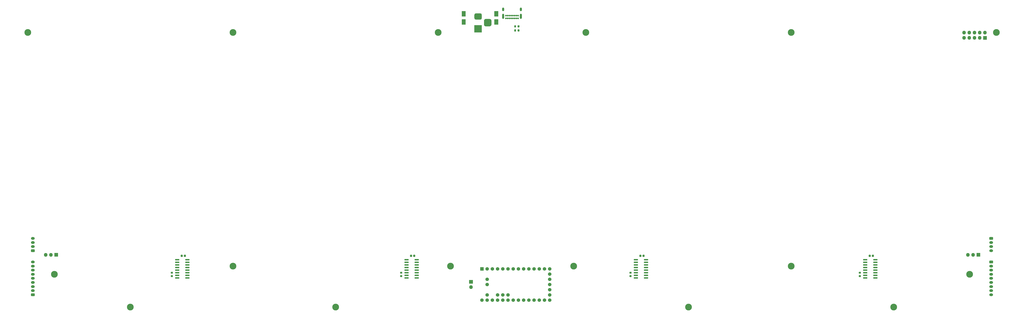
<source format=gbr>
G04 #@! TF.GenerationSoftware,KiCad,Pcbnew,(5.1.7)-1*
G04 #@! TF.CreationDate,2021-02-18T19:39:09-05:00*
G04 #@! TF.ProjectId,OpeNITHM-full,4f70654e-4954-4484-9d2d-66756c6c2e6b,rev?*
G04 #@! TF.SameCoordinates,Original*
G04 #@! TF.FileFunction,Soldermask,Top*
G04 #@! TF.FilePolarity,Negative*
%FSLAX46Y46*%
G04 Gerber Fmt 4.6, Leading zero omitted, Abs format (unit mm)*
G04 Created by KiCad (PCBNEW (5.1.7)-1) date 2021-02-18 19:39:09*
%MOMM*%
%LPD*%
G01*
G04 APERTURE LIST*
%ADD10O,1.802000X1.802000*%
%ADD11C,1.702000*%
%ADD12C,0.802000*%
%ADD13O,1.002000X2.502000*%
%ADD14O,1.002000X1.802000*%
%ADD15O,1.852000X1.302000*%
%ADD16C,3.302000*%
%ADD17C,0.100000*%
G04 APERTURE END LIST*
D10*
X370170000Y-126500000D03*
X372710000Y-126500000D03*
G36*
G01*
X374400000Y-125599000D02*
X376100000Y-125599000D01*
G75*
G02*
X376151000Y-125650000I0J-51000D01*
G01*
X376151000Y-127350000D01*
G75*
G02*
X376100000Y-127401000I-51000J0D01*
G01*
X374400000Y-127401000D01*
G75*
G02*
X374349000Y-127350000I0J51000D01*
G01*
X374349000Y-125650000D01*
G75*
G02*
X374400000Y-125599000I51000J0D01*
G01*
G37*
X-79250000Y-126500000D03*
X-76710000Y-126500000D03*
G36*
G01*
X-75020000Y-125599000D02*
X-73320000Y-125599000D01*
G75*
G02*
X-73269000Y-125650000I0J-51000D01*
G01*
X-73269000Y-127350000D01*
G75*
G02*
X-73320000Y-127401000I-51000J0D01*
G01*
X-75020000Y-127401000D01*
G75*
G02*
X-75071000Y-127350000I0J51000D01*
G01*
X-75071000Y-125650000D01*
G75*
G02*
X-75020000Y-125599000I51000J0D01*
G01*
G37*
G36*
G01*
X125360000Y-14191000D02*
X123560000Y-14191000D01*
G75*
G02*
X123509000Y-14140000I0J51000D01*
G01*
X123509000Y-11640000D01*
G75*
G02*
X123560000Y-11589000I51000J0D01*
G01*
X125360000Y-11589000D01*
G75*
G02*
X125411000Y-11640000I0J-51000D01*
G01*
X125411000Y-14140000D01*
G75*
G02*
X125360000Y-14191000I-51000J0D01*
G01*
G37*
G36*
G01*
X125360000Y-10191000D02*
X123560000Y-10191000D01*
G75*
G02*
X123509000Y-10140000I0J51000D01*
G01*
X123509000Y-7640000D01*
G75*
G02*
X123560000Y-7589000I51000J0D01*
G01*
X125360000Y-7589000D01*
G75*
G02*
X125411000Y-7640000I0J-51000D01*
G01*
X125411000Y-10140000D01*
G75*
G02*
X125360000Y-10191000I-51000J0D01*
G01*
G37*
G36*
G01*
X141235000Y-14191000D02*
X139435000Y-14191000D01*
G75*
G02*
X139384000Y-14140000I0J51000D01*
G01*
X139384000Y-11640000D01*
G75*
G02*
X139435000Y-11589000I51000J0D01*
G01*
X141235000Y-11589000D01*
G75*
G02*
X141286000Y-11640000I0J-51000D01*
G01*
X141286000Y-14140000D01*
G75*
G02*
X141235000Y-14191000I-51000J0D01*
G01*
G37*
G36*
G01*
X141235000Y-10191000D02*
X139435000Y-10191000D01*
G75*
G02*
X139384000Y-10140000I0J51000D01*
G01*
X139384000Y-7640000D01*
G75*
G02*
X139435000Y-7589000I51000J0D01*
G01*
X141235000Y-7589000D01*
G75*
G02*
X141286000Y-7640000I0J-51000D01*
G01*
X141286000Y-10140000D01*
G75*
G02*
X141235000Y-10191000I-51000J0D01*
G01*
G37*
X368300000Y-18097500D03*
X368300000Y-20637500D03*
X370840000Y-18097500D03*
X370840000Y-20637500D03*
X373380000Y-18097500D03*
X373380000Y-20637500D03*
X375920000Y-18097500D03*
X375920000Y-20637500D03*
X378460000Y-18097500D03*
G36*
G01*
X379310000Y-21538500D02*
X377610000Y-21538500D01*
G75*
G02*
X377559000Y-21487500I0J51000D01*
G01*
X377559000Y-19787500D01*
G75*
G02*
X377610000Y-19736500I51000J0D01*
G01*
X379310000Y-19736500D01*
G75*
G02*
X379361000Y-19787500I0J-51000D01*
G01*
X379361000Y-21487500D01*
G75*
G02*
X379310000Y-21538500I-51000J0D01*
G01*
G37*
D11*
X135890000Y-140970000D03*
X135890000Y-138430000D03*
G36*
G01*
X132499000Y-134150000D02*
X132499000Y-132550000D01*
G75*
G02*
X132550000Y-132499000I51000J0D01*
G01*
X134150000Y-132499000D01*
G75*
G02*
X134201000Y-132550000I0J-51000D01*
G01*
X134201000Y-134150000D01*
G75*
G02*
X134150000Y-134201000I-51000J0D01*
G01*
X132550000Y-134201000D01*
G75*
G02*
X132499000Y-134150000I0J51000D01*
G01*
G37*
X135890000Y-133350000D03*
X138430000Y-133350000D03*
X140970000Y-133350000D03*
X143510000Y-133350000D03*
X146050000Y-133350000D03*
X148590000Y-133350000D03*
X151130000Y-133350000D03*
X153670000Y-133350000D03*
X156210000Y-133350000D03*
X158750000Y-133350000D03*
X161290000Y-133350000D03*
X163830000Y-133350000D03*
X146050000Y-146050000D03*
X143510000Y-146050000D03*
X140970000Y-146050000D03*
X135890000Y-146050000D03*
X133350000Y-148590000D03*
X135890000Y-148590000D03*
X138430000Y-148590000D03*
X140970000Y-148590000D03*
X143510000Y-148590000D03*
X146050000Y-148590000D03*
X148590000Y-148590000D03*
X151130000Y-148590000D03*
X153670000Y-148590000D03*
X156210000Y-148590000D03*
X158750000Y-148590000D03*
X161290000Y-148590000D03*
X163830000Y-148590000D03*
X166370000Y-133350000D03*
X166370000Y-135890000D03*
X166370000Y-138430000D03*
X166370000Y-148590000D03*
X166370000Y-146050000D03*
X166370000Y-143510000D03*
X166370000Y-140970000D03*
G36*
G01*
X128901000Y-138850000D02*
X128901000Y-140550000D01*
G75*
G02*
X128850000Y-140601000I-51000J0D01*
G01*
X127150000Y-140601000D01*
G75*
G02*
X127099000Y-140550000I0J51000D01*
G01*
X127099000Y-138850000D01*
G75*
G02*
X127150000Y-138799000I51000J0D01*
G01*
X128850000Y-138799000D01*
G75*
G02*
X128901000Y-138850000I0J-51000D01*
G01*
G37*
D10*
X128000000Y-142240000D03*
G36*
G01*
X100509000Y-129080500D02*
X100509000Y-128729500D01*
G75*
G02*
X100684500Y-128554000I175500J0D01*
G01*
X102385500Y-128554000D01*
G75*
G02*
X102561000Y-128729500I0J-175500D01*
G01*
X102561000Y-129080500D01*
G75*
G02*
X102385500Y-129256000I-175500J0D01*
G01*
X100684500Y-129256000D01*
G75*
G02*
X100509000Y-129080500I0J175500D01*
G01*
G37*
G36*
G01*
X100509000Y-130350500D02*
X100509000Y-129999500D01*
G75*
G02*
X100684500Y-129824000I175500J0D01*
G01*
X102385500Y-129824000D01*
G75*
G02*
X102561000Y-129999500I0J-175500D01*
G01*
X102561000Y-130350500D01*
G75*
G02*
X102385500Y-130526000I-175500J0D01*
G01*
X100684500Y-130526000D01*
G75*
G02*
X100509000Y-130350500I0J175500D01*
G01*
G37*
G36*
G01*
X100509000Y-131620500D02*
X100509000Y-131269500D01*
G75*
G02*
X100684500Y-131094000I175500J0D01*
G01*
X102385500Y-131094000D01*
G75*
G02*
X102561000Y-131269500I0J-175500D01*
G01*
X102561000Y-131620500D01*
G75*
G02*
X102385500Y-131796000I-175500J0D01*
G01*
X100684500Y-131796000D01*
G75*
G02*
X100509000Y-131620500I0J175500D01*
G01*
G37*
G36*
G01*
X100509000Y-132890500D02*
X100509000Y-132539500D01*
G75*
G02*
X100684500Y-132364000I175500J0D01*
G01*
X102385500Y-132364000D01*
G75*
G02*
X102561000Y-132539500I0J-175500D01*
G01*
X102561000Y-132890500D01*
G75*
G02*
X102385500Y-133066000I-175500J0D01*
G01*
X100684500Y-133066000D01*
G75*
G02*
X100509000Y-132890500I0J175500D01*
G01*
G37*
G36*
G01*
X100509000Y-134160500D02*
X100509000Y-133809500D01*
G75*
G02*
X100684500Y-133634000I175500J0D01*
G01*
X102385500Y-133634000D01*
G75*
G02*
X102561000Y-133809500I0J-175500D01*
G01*
X102561000Y-134160500D01*
G75*
G02*
X102385500Y-134336000I-175500J0D01*
G01*
X100684500Y-134336000D01*
G75*
G02*
X100509000Y-134160500I0J175500D01*
G01*
G37*
G36*
G01*
X100509000Y-135430500D02*
X100509000Y-135079500D01*
G75*
G02*
X100684500Y-134904000I175500J0D01*
G01*
X102385500Y-134904000D01*
G75*
G02*
X102561000Y-135079500I0J-175500D01*
G01*
X102561000Y-135430500D01*
G75*
G02*
X102385500Y-135606000I-175500J0D01*
G01*
X100684500Y-135606000D01*
G75*
G02*
X100509000Y-135430500I0J175500D01*
G01*
G37*
G36*
G01*
X100509000Y-136700500D02*
X100509000Y-136349500D01*
G75*
G02*
X100684500Y-136174000I175500J0D01*
G01*
X102385500Y-136174000D01*
G75*
G02*
X102561000Y-136349500I0J-175500D01*
G01*
X102561000Y-136700500D01*
G75*
G02*
X102385500Y-136876000I-175500J0D01*
G01*
X100684500Y-136876000D01*
G75*
G02*
X100509000Y-136700500I0J175500D01*
G01*
G37*
G36*
G01*
X100509000Y-137970500D02*
X100509000Y-137619500D01*
G75*
G02*
X100684500Y-137444000I175500J0D01*
G01*
X102385500Y-137444000D01*
G75*
G02*
X102561000Y-137619500I0J-175500D01*
G01*
X102561000Y-137970500D01*
G75*
G02*
X102385500Y-138146000I-175500J0D01*
G01*
X100684500Y-138146000D01*
G75*
G02*
X100509000Y-137970500I0J175500D01*
G01*
G37*
G36*
G01*
X95559000Y-137970500D02*
X95559000Y-137619500D01*
G75*
G02*
X95734500Y-137444000I175500J0D01*
G01*
X97435500Y-137444000D01*
G75*
G02*
X97611000Y-137619500I0J-175500D01*
G01*
X97611000Y-137970500D01*
G75*
G02*
X97435500Y-138146000I-175500J0D01*
G01*
X95734500Y-138146000D01*
G75*
G02*
X95559000Y-137970500I0J175500D01*
G01*
G37*
G36*
G01*
X95559000Y-136700500D02*
X95559000Y-136349500D01*
G75*
G02*
X95734500Y-136174000I175500J0D01*
G01*
X97435500Y-136174000D01*
G75*
G02*
X97611000Y-136349500I0J-175500D01*
G01*
X97611000Y-136700500D01*
G75*
G02*
X97435500Y-136876000I-175500J0D01*
G01*
X95734500Y-136876000D01*
G75*
G02*
X95559000Y-136700500I0J175500D01*
G01*
G37*
G36*
G01*
X95559000Y-135430500D02*
X95559000Y-135079500D01*
G75*
G02*
X95734500Y-134904000I175500J0D01*
G01*
X97435500Y-134904000D01*
G75*
G02*
X97611000Y-135079500I0J-175500D01*
G01*
X97611000Y-135430500D01*
G75*
G02*
X97435500Y-135606000I-175500J0D01*
G01*
X95734500Y-135606000D01*
G75*
G02*
X95559000Y-135430500I0J175500D01*
G01*
G37*
G36*
G01*
X95559000Y-134160500D02*
X95559000Y-133809500D01*
G75*
G02*
X95734500Y-133634000I175500J0D01*
G01*
X97435500Y-133634000D01*
G75*
G02*
X97611000Y-133809500I0J-175500D01*
G01*
X97611000Y-134160500D01*
G75*
G02*
X97435500Y-134336000I-175500J0D01*
G01*
X95734500Y-134336000D01*
G75*
G02*
X95559000Y-134160500I0J175500D01*
G01*
G37*
G36*
G01*
X95559000Y-132890500D02*
X95559000Y-132539500D01*
G75*
G02*
X95734500Y-132364000I175500J0D01*
G01*
X97435500Y-132364000D01*
G75*
G02*
X97611000Y-132539500I0J-175500D01*
G01*
X97611000Y-132890500D01*
G75*
G02*
X97435500Y-133066000I-175500J0D01*
G01*
X95734500Y-133066000D01*
G75*
G02*
X95559000Y-132890500I0J175500D01*
G01*
G37*
G36*
G01*
X95559000Y-131620500D02*
X95559000Y-131269500D01*
G75*
G02*
X95734500Y-131094000I175500J0D01*
G01*
X97435500Y-131094000D01*
G75*
G02*
X97611000Y-131269500I0J-175500D01*
G01*
X97611000Y-131620500D01*
G75*
G02*
X97435500Y-131796000I-175500J0D01*
G01*
X95734500Y-131796000D01*
G75*
G02*
X95559000Y-131620500I0J175500D01*
G01*
G37*
G36*
G01*
X95559000Y-130350500D02*
X95559000Y-129999500D01*
G75*
G02*
X95734500Y-129824000I175500J0D01*
G01*
X97435500Y-129824000D01*
G75*
G02*
X97611000Y-129999500I0J-175500D01*
G01*
X97611000Y-130350500D01*
G75*
G02*
X97435500Y-130526000I-175500J0D01*
G01*
X95734500Y-130526000D01*
G75*
G02*
X95559000Y-130350500I0J175500D01*
G01*
G37*
G36*
G01*
X95559000Y-129080500D02*
X95559000Y-128729500D01*
G75*
G02*
X95734500Y-128554000I175500J0D01*
G01*
X97435500Y-128554000D01*
G75*
G02*
X97611000Y-128729500I0J-175500D01*
G01*
X97611000Y-129080500D01*
G75*
G02*
X97435500Y-129256000I-175500J0D01*
G01*
X95734500Y-129256000D01*
G75*
G02*
X95559000Y-129080500I0J175500D01*
G01*
G37*
G36*
G01*
X149064000Y-17300500D02*
X149064000Y-16699500D01*
G75*
G02*
X149289500Y-16474000I225500J0D01*
G01*
X149740500Y-16474000D01*
G75*
G02*
X149966000Y-16699500I0J-225500D01*
G01*
X149966000Y-17300500D01*
G75*
G02*
X149740500Y-17526000I-225500J0D01*
G01*
X149289500Y-17526000D01*
G75*
G02*
X149064000Y-17300500I0J225500D01*
G01*
G37*
G36*
G01*
X150714000Y-17300500D02*
X150714000Y-16699500D01*
G75*
G02*
X150939500Y-16474000I225500J0D01*
G01*
X151390500Y-16474000D01*
G75*
G02*
X151616000Y-16699500I0J-225500D01*
G01*
X151616000Y-17300500D01*
G75*
G02*
X151390500Y-17526000I-225500J0D01*
G01*
X150939500Y-17526000D01*
G75*
G02*
X150714000Y-17300500I0J225500D01*
G01*
G37*
G36*
G01*
X149064000Y-15300500D02*
X149064000Y-14699500D01*
G75*
G02*
X149289500Y-14474000I225500J0D01*
G01*
X149740500Y-14474000D01*
G75*
G02*
X149966000Y-14699500I0J-225500D01*
G01*
X149966000Y-15300500D01*
G75*
G02*
X149740500Y-15526000I-225500J0D01*
G01*
X149289500Y-15526000D01*
G75*
G02*
X149064000Y-15300500I0J225500D01*
G01*
G37*
G36*
G01*
X150714000Y-15300500D02*
X150714000Y-14699500D01*
G75*
G02*
X150939500Y-14474000I225500J0D01*
G01*
X151390500Y-14474000D01*
G75*
G02*
X151616000Y-14699500I0J-225500D01*
G01*
X151616000Y-15300500D01*
G75*
G02*
X151390500Y-15526000I-225500J0D01*
G01*
X150939500Y-15526000D01*
G75*
G02*
X150714000Y-15300500I0J225500D01*
G01*
G37*
D12*
X145020000Y-11100000D03*
X145870000Y-11100000D03*
X146720000Y-11100000D03*
X147570000Y-11100000D03*
X148420000Y-11100000D03*
X149270000Y-11100000D03*
X150120000Y-11100000D03*
X150970000Y-11100000D03*
X145870000Y-9750000D03*
X147570000Y-9750000D03*
X146720000Y-9750000D03*
X145020000Y-9750000D03*
X149270000Y-9750000D03*
X150120000Y-9750000D03*
X150970000Y-9750000D03*
X148420000Y-9750000D03*
D13*
X143670000Y-10120000D03*
X152320000Y-10120000D03*
D14*
X143670000Y-6740000D03*
X152320000Y-6740000D03*
G36*
G01*
X135244500Y-11399000D02*
X137045500Y-11399000D01*
G75*
G02*
X137946000Y-12299500I0J-900500D01*
G01*
X137946000Y-14100500D01*
G75*
G02*
X137045500Y-15001000I-900500J0D01*
G01*
X135244500Y-15001000D01*
G75*
G02*
X134344000Y-14100500I0J900500D01*
G01*
X134344000Y-12299500D01*
G75*
G02*
X135244500Y-11399000I900500J0D01*
G01*
G37*
G36*
G01*
X130419500Y-8649000D02*
X132470500Y-8649000D01*
G75*
G02*
X133246000Y-9424500I0J-775500D01*
G01*
X133246000Y-10975500D01*
G75*
G02*
X132470500Y-11751000I-775500J0D01*
G01*
X130419500Y-11751000D01*
G75*
G02*
X129644000Y-10975500I0J775500D01*
G01*
X129644000Y-9424500D01*
G75*
G02*
X130419500Y-8649000I775500J0D01*
G01*
G37*
G36*
G01*
X129695000Y-14399000D02*
X133195000Y-14399000D01*
G75*
G02*
X133246000Y-14450000I0J-51000D01*
G01*
X133246000Y-17950000D01*
G75*
G02*
X133195000Y-18001000I-51000J0D01*
G01*
X129695000Y-18001000D01*
G75*
G02*
X129644000Y-17950000I0J51000D01*
G01*
X129644000Y-14450000D01*
G75*
G02*
X129695000Y-14399000I51000J0D01*
G01*
G37*
D15*
X-85500000Y-118500000D03*
X-85500000Y-120500000D03*
X-85500000Y-122500000D03*
G36*
G01*
X-84845248Y-125151000D02*
X-86154752Y-125151000D01*
G75*
G02*
X-86426000Y-124879752I0J271248D01*
G01*
X-86426000Y-124120248D01*
G75*
G02*
X-86154752Y-123849000I271248J0D01*
G01*
X-84845248Y-123849000D01*
G75*
G02*
X-84574000Y-124120248I0J-271248D01*
G01*
X-84574000Y-124879752D01*
G75*
G02*
X-84845248Y-125151000I-271248J0D01*
G01*
G37*
X381500000Y-124500000D03*
X381500000Y-122500000D03*
X381500000Y-120500000D03*
G36*
G01*
X380845248Y-117849000D02*
X382154752Y-117849000D01*
G75*
G02*
X382426000Y-118120248I0J-271248D01*
G01*
X382426000Y-118879752D01*
G75*
G02*
X382154752Y-119151000I-271248J0D01*
G01*
X380845248Y-119151000D01*
G75*
G02*
X380574000Y-118879752I0J271248D01*
G01*
X380574000Y-118120248D01*
G75*
G02*
X380845248Y-117849000I271248J0D01*
G01*
G37*
X381500000Y-146000000D03*
X381500000Y-144000000D03*
X381500000Y-142000000D03*
X381500000Y-140000000D03*
X381500000Y-138000000D03*
X381500000Y-136000000D03*
X381500000Y-134000000D03*
X381500000Y-132000000D03*
G36*
G01*
X380845248Y-129349000D02*
X382154752Y-129349000D01*
G75*
G02*
X382426000Y-129620248I0J-271248D01*
G01*
X382426000Y-130379752D01*
G75*
G02*
X382154752Y-130651000I-271248J0D01*
G01*
X380845248Y-130651000D01*
G75*
G02*
X380574000Y-130379752I0J271248D01*
G01*
X380574000Y-129620248D01*
G75*
G02*
X380845248Y-129349000I271248J0D01*
G01*
G37*
X-85500000Y-130000000D03*
X-85500000Y-132000000D03*
X-85500000Y-134000000D03*
X-85500000Y-136000000D03*
X-85500000Y-138000000D03*
X-85500000Y-140000000D03*
X-85500000Y-142000000D03*
X-85500000Y-144000000D03*
G36*
G01*
X-84845248Y-146651000D02*
X-86154752Y-146651000D01*
G75*
G02*
X-86426000Y-146379752I0J271248D01*
G01*
X-86426000Y-145620248D01*
G75*
G02*
X-86154752Y-145349000I271248J0D01*
G01*
X-84845248Y-145349000D01*
G75*
G02*
X-84574000Y-145620248I0J-271248D01*
G01*
X-84574000Y-146379752D01*
G75*
G02*
X-84845248Y-146651000I-271248J0D01*
G01*
G37*
G36*
G01*
X324029000Y-129080500D02*
X324029000Y-128729500D01*
G75*
G02*
X324204500Y-128554000I175500J0D01*
G01*
X325905500Y-128554000D01*
G75*
G02*
X326081000Y-128729500I0J-175500D01*
G01*
X326081000Y-129080500D01*
G75*
G02*
X325905500Y-129256000I-175500J0D01*
G01*
X324204500Y-129256000D01*
G75*
G02*
X324029000Y-129080500I0J175500D01*
G01*
G37*
G36*
G01*
X324029000Y-130350500D02*
X324029000Y-129999500D01*
G75*
G02*
X324204500Y-129824000I175500J0D01*
G01*
X325905500Y-129824000D01*
G75*
G02*
X326081000Y-129999500I0J-175500D01*
G01*
X326081000Y-130350500D01*
G75*
G02*
X325905500Y-130526000I-175500J0D01*
G01*
X324204500Y-130526000D01*
G75*
G02*
X324029000Y-130350500I0J175500D01*
G01*
G37*
G36*
G01*
X324029000Y-131620500D02*
X324029000Y-131269500D01*
G75*
G02*
X324204500Y-131094000I175500J0D01*
G01*
X325905500Y-131094000D01*
G75*
G02*
X326081000Y-131269500I0J-175500D01*
G01*
X326081000Y-131620500D01*
G75*
G02*
X325905500Y-131796000I-175500J0D01*
G01*
X324204500Y-131796000D01*
G75*
G02*
X324029000Y-131620500I0J175500D01*
G01*
G37*
G36*
G01*
X324029000Y-132890500D02*
X324029000Y-132539500D01*
G75*
G02*
X324204500Y-132364000I175500J0D01*
G01*
X325905500Y-132364000D01*
G75*
G02*
X326081000Y-132539500I0J-175500D01*
G01*
X326081000Y-132890500D01*
G75*
G02*
X325905500Y-133066000I-175500J0D01*
G01*
X324204500Y-133066000D01*
G75*
G02*
X324029000Y-132890500I0J175500D01*
G01*
G37*
G36*
G01*
X324029000Y-134160500D02*
X324029000Y-133809500D01*
G75*
G02*
X324204500Y-133634000I175500J0D01*
G01*
X325905500Y-133634000D01*
G75*
G02*
X326081000Y-133809500I0J-175500D01*
G01*
X326081000Y-134160500D01*
G75*
G02*
X325905500Y-134336000I-175500J0D01*
G01*
X324204500Y-134336000D01*
G75*
G02*
X324029000Y-134160500I0J175500D01*
G01*
G37*
G36*
G01*
X324029000Y-135430500D02*
X324029000Y-135079500D01*
G75*
G02*
X324204500Y-134904000I175500J0D01*
G01*
X325905500Y-134904000D01*
G75*
G02*
X326081000Y-135079500I0J-175500D01*
G01*
X326081000Y-135430500D01*
G75*
G02*
X325905500Y-135606000I-175500J0D01*
G01*
X324204500Y-135606000D01*
G75*
G02*
X324029000Y-135430500I0J175500D01*
G01*
G37*
G36*
G01*
X324029000Y-136700500D02*
X324029000Y-136349500D01*
G75*
G02*
X324204500Y-136174000I175500J0D01*
G01*
X325905500Y-136174000D01*
G75*
G02*
X326081000Y-136349500I0J-175500D01*
G01*
X326081000Y-136700500D01*
G75*
G02*
X325905500Y-136876000I-175500J0D01*
G01*
X324204500Y-136876000D01*
G75*
G02*
X324029000Y-136700500I0J175500D01*
G01*
G37*
G36*
G01*
X324029000Y-137970500D02*
X324029000Y-137619500D01*
G75*
G02*
X324204500Y-137444000I175500J0D01*
G01*
X325905500Y-137444000D01*
G75*
G02*
X326081000Y-137619500I0J-175500D01*
G01*
X326081000Y-137970500D01*
G75*
G02*
X325905500Y-138146000I-175500J0D01*
G01*
X324204500Y-138146000D01*
G75*
G02*
X324029000Y-137970500I0J175500D01*
G01*
G37*
G36*
G01*
X319079000Y-137970500D02*
X319079000Y-137619500D01*
G75*
G02*
X319254500Y-137444000I175500J0D01*
G01*
X320955500Y-137444000D01*
G75*
G02*
X321131000Y-137619500I0J-175500D01*
G01*
X321131000Y-137970500D01*
G75*
G02*
X320955500Y-138146000I-175500J0D01*
G01*
X319254500Y-138146000D01*
G75*
G02*
X319079000Y-137970500I0J175500D01*
G01*
G37*
G36*
G01*
X319079000Y-136700500D02*
X319079000Y-136349500D01*
G75*
G02*
X319254500Y-136174000I175500J0D01*
G01*
X320955500Y-136174000D01*
G75*
G02*
X321131000Y-136349500I0J-175500D01*
G01*
X321131000Y-136700500D01*
G75*
G02*
X320955500Y-136876000I-175500J0D01*
G01*
X319254500Y-136876000D01*
G75*
G02*
X319079000Y-136700500I0J175500D01*
G01*
G37*
G36*
G01*
X319079000Y-135430500D02*
X319079000Y-135079500D01*
G75*
G02*
X319254500Y-134904000I175500J0D01*
G01*
X320955500Y-134904000D01*
G75*
G02*
X321131000Y-135079500I0J-175500D01*
G01*
X321131000Y-135430500D01*
G75*
G02*
X320955500Y-135606000I-175500J0D01*
G01*
X319254500Y-135606000D01*
G75*
G02*
X319079000Y-135430500I0J175500D01*
G01*
G37*
G36*
G01*
X319079000Y-134160500D02*
X319079000Y-133809500D01*
G75*
G02*
X319254500Y-133634000I175500J0D01*
G01*
X320955500Y-133634000D01*
G75*
G02*
X321131000Y-133809500I0J-175500D01*
G01*
X321131000Y-134160500D01*
G75*
G02*
X320955500Y-134336000I-175500J0D01*
G01*
X319254500Y-134336000D01*
G75*
G02*
X319079000Y-134160500I0J175500D01*
G01*
G37*
G36*
G01*
X319079000Y-132890500D02*
X319079000Y-132539500D01*
G75*
G02*
X319254500Y-132364000I175500J0D01*
G01*
X320955500Y-132364000D01*
G75*
G02*
X321131000Y-132539500I0J-175500D01*
G01*
X321131000Y-132890500D01*
G75*
G02*
X320955500Y-133066000I-175500J0D01*
G01*
X319254500Y-133066000D01*
G75*
G02*
X319079000Y-132890500I0J175500D01*
G01*
G37*
G36*
G01*
X319079000Y-131620500D02*
X319079000Y-131269500D01*
G75*
G02*
X319254500Y-131094000I175500J0D01*
G01*
X320955500Y-131094000D01*
G75*
G02*
X321131000Y-131269500I0J-175500D01*
G01*
X321131000Y-131620500D01*
G75*
G02*
X320955500Y-131796000I-175500J0D01*
G01*
X319254500Y-131796000D01*
G75*
G02*
X319079000Y-131620500I0J175500D01*
G01*
G37*
G36*
G01*
X319079000Y-130350500D02*
X319079000Y-129999500D01*
G75*
G02*
X319254500Y-129824000I175500J0D01*
G01*
X320955500Y-129824000D01*
G75*
G02*
X321131000Y-129999500I0J-175500D01*
G01*
X321131000Y-130350500D01*
G75*
G02*
X320955500Y-130526000I-175500J0D01*
G01*
X319254500Y-130526000D01*
G75*
G02*
X319079000Y-130350500I0J175500D01*
G01*
G37*
G36*
G01*
X319079000Y-129080500D02*
X319079000Y-128729500D01*
G75*
G02*
X319254500Y-128554000I175500J0D01*
G01*
X320955500Y-128554000D01*
G75*
G02*
X321131000Y-128729500I0J-175500D01*
G01*
X321131000Y-129080500D01*
G75*
G02*
X320955500Y-129256000I-175500J0D01*
G01*
X319254500Y-129256000D01*
G75*
G02*
X319079000Y-129080500I0J175500D01*
G01*
G37*
D16*
X284000000Y-132000000D03*
X178000000Y-132000000D03*
X118000000Y-132000000D03*
X12000000Y-132000000D03*
G36*
G01*
X321799000Y-127275500D02*
X321799000Y-126724500D01*
G75*
G02*
X322049500Y-126474000I250500J0D01*
G01*
X322550500Y-126474000D01*
G75*
G02*
X322801000Y-126724500I0J-250500D01*
G01*
X322801000Y-127275500D01*
G75*
G02*
X322550500Y-127526000I-250500J0D01*
G01*
X322049500Y-127526000D01*
G75*
G02*
X321799000Y-127275500I0J250500D01*
G01*
G37*
G36*
G01*
X323349000Y-127275500D02*
X323349000Y-126724500D01*
G75*
G02*
X323599500Y-126474000I250500J0D01*
G01*
X324100500Y-126474000D01*
G75*
G02*
X324351000Y-126724500I0J-250500D01*
G01*
X324351000Y-127275500D01*
G75*
G02*
X324100500Y-127526000I-250500J0D01*
G01*
X323599500Y-127526000D01*
G75*
G02*
X323349000Y-127275500I0J250500D01*
G01*
G37*
G36*
G01*
X-18080500Y-136454000D02*
X-17479500Y-136454000D01*
G75*
G02*
X-17254000Y-136679500I0J-225500D01*
G01*
X-17254000Y-137130500D01*
G75*
G02*
X-17479500Y-137356000I-225500J0D01*
G01*
X-18080500Y-137356000D01*
G75*
G02*
X-18306000Y-137130500I0J225500D01*
G01*
X-18306000Y-136679500D01*
G75*
G02*
X-18080500Y-136454000I225500J0D01*
G01*
G37*
G36*
G01*
X-18080500Y-134804000D02*
X-17479500Y-134804000D01*
G75*
G02*
X-17254000Y-135029500I0J-225500D01*
G01*
X-17254000Y-135480500D01*
G75*
G02*
X-17479500Y-135706000I-225500J0D01*
G01*
X-18080500Y-135706000D01*
G75*
G02*
X-18306000Y-135480500I0J225500D01*
G01*
X-18306000Y-135029500D01*
G75*
G02*
X-18080500Y-134804000I225500J0D01*
G01*
G37*
G36*
G01*
X-11251000Y-129080500D02*
X-11251000Y-128729500D01*
G75*
G02*
X-11075500Y-128554000I175500J0D01*
G01*
X-9374500Y-128554000D01*
G75*
G02*
X-9199000Y-128729500I0J-175500D01*
G01*
X-9199000Y-129080500D01*
G75*
G02*
X-9374500Y-129256000I-175500J0D01*
G01*
X-11075500Y-129256000D01*
G75*
G02*
X-11251000Y-129080500I0J175500D01*
G01*
G37*
G36*
G01*
X-11251000Y-130350500D02*
X-11251000Y-129999500D01*
G75*
G02*
X-11075500Y-129824000I175500J0D01*
G01*
X-9374500Y-129824000D01*
G75*
G02*
X-9199000Y-129999500I0J-175500D01*
G01*
X-9199000Y-130350500D01*
G75*
G02*
X-9374500Y-130526000I-175500J0D01*
G01*
X-11075500Y-130526000D01*
G75*
G02*
X-11251000Y-130350500I0J175500D01*
G01*
G37*
G36*
G01*
X-11251000Y-131620500D02*
X-11251000Y-131269500D01*
G75*
G02*
X-11075500Y-131094000I175500J0D01*
G01*
X-9374500Y-131094000D01*
G75*
G02*
X-9199000Y-131269500I0J-175500D01*
G01*
X-9199000Y-131620500D01*
G75*
G02*
X-9374500Y-131796000I-175500J0D01*
G01*
X-11075500Y-131796000D01*
G75*
G02*
X-11251000Y-131620500I0J175500D01*
G01*
G37*
G36*
G01*
X-11251000Y-132890500D02*
X-11251000Y-132539500D01*
G75*
G02*
X-11075500Y-132364000I175500J0D01*
G01*
X-9374500Y-132364000D01*
G75*
G02*
X-9199000Y-132539500I0J-175500D01*
G01*
X-9199000Y-132890500D01*
G75*
G02*
X-9374500Y-133066000I-175500J0D01*
G01*
X-11075500Y-133066000D01*
G75*
G02*
X-11251000Y-132890500I0J175500D01*
G01*
G37*
G36*
G01*
X-11251000Y-134160500D02*
X-11251000Y-133809500D01*
G75*
G02*
X-11075500Y-133634000I175500J0D01*
G01*
X-9374500Y-133634000D01*
G75*
G02*
X-9199000Y-133809500I0J-175500D01*
G01*
X-9199000Y-134160500D01*
G75*
G02*
X-9374500Y-134336000I-175500J0D01*
G01*
X-11075500Y-134336000D01*
G75*
G02*
X-11251000Y-134160500I0J175500D01*
G01*
G37*
G36*
G01*
X-11251000Y-135430500D02*
X-11251000Y-135079500D01*
G75*
G02*
X-11075500Y-134904000I175500J0D01*
G01*
X-9374500Y-134904000D01*
G75*
G02*
X-9199000Y-135079500I0J-175500D01*
G01*
X-9199000Y-135430500D01*
G75*
G02*
X-9374500Y-135606000I-175500J0D01*
G01*
X-11075500Y-135606000D01*
G75*
G02*
X-11251000Y-135430500I0J175500D01*
G01*
G37*
G36*
G01*
X-11251000Y-136700500D02*
X-11251000Y-136349500D01*
G75*
G02*
X-11075500Y-136174000I175500J0D01*
G01*
X-9374500Y-136174000D01*
G75*
G02*
X-9199000Y-136349500I0J-175500D01*
G01*
X-9199000Y-136700500D01*
G75*
G02*
X-9374500Y-136876000I-175500J0D01*
G01*
X-11075500Y-136876000D01*
G75*
G02*
X-11251000Y-136700500I0J175500D01*
G01*
G37*
G36*
G01*
X-11251000Y-137970500D02*
X-11251000Y-137619500D01*
G75*
G02*
X-11075500Y-137444000I175500J0D01*
G01*
X-9374500Y-137444000D01*
G75*
G02*
X-9199000Y-137619500I0J-175500D01*
G01*
X-9199000Y-137970500D01*
G75*
G02*
X-9374500Y-138146000I-175500J0D01*
G01*
X-11075500Y-138146000D01*
G75*
G02*
X-11251000Y-137970500I0J175500D01*
G01*
G37*
G36*
G01*
X-16201000Y-137970500D02*
X-16201000Y-137619500D01*
G75*
G02*
X-16025500Y-137444000I175500J0D01*
G01*
X-14324500Y-137444000D01*
G75*
G02*
X-14149000Y-137619500I0J-175500D01*
G01*
X-14149000Y-137970500D01*
G75*
G02*
X-14324500Y-138146000I-175500J0D01*
G01*
X-16025500Y-138146000D01*
G75*
G02*
X-16201000Y-137970500I0J175500D01*
G01*
G37*
G36*
G01*
X-16201000Y-136700500D02*
X-16201000Y-136349500D01*
G75*
G02*
X-16025500Y-136174000I175500J0D01*
G01*
X-14324500Y-136174000D01*
G75*
G02*
X-14149000Y-136349500I0J-175500D01*
G01*
X-14149000Y-136700500D01*
G75*
G02*
X-14324500Y-136876000I-175500J0D01*
G01*
X-16025500Y-136876000D01*
G75*
G02*
X-16201000Y-136700500I0J175500D01*
G01*
G37*
G36*
G01*
X-16201000Y-135430500D02*
X-16201000Y-135079500D01*
G75*
G02*
X-16025500Y-134904000I175500J0D01*
G01*
X-14324500Y-134904000D01*
G75*
G02*
X-14149000Y-135079500I0J-175500D01*
G01*
X-14149000Y-135430500D01*
G75*
G02*
X-14324500Y-135606000I-175500J0D01*
G01*
X-16025500Y-135606000D01*
G75*
G02*
X-16201000Y-135430500I0J175500D01*
G01*
G37*
G36*
G01*
X-16201000Y-134160500D02*
X-16201000Y-133809500D01*
G75*
G02*
X-16025500Y-133634000I175500J0D01*
G01*
X-14324500Y-133634000D01*
G75*
G02*
X-14149000Y-133809500I0J-175500D01*
G01*
X-14149000Y-134160500D01*
G75*
G02*
X-14324500Y-134336000I-175500J0D01*
G01*
X-16025500Y-134336000D01*
G75*
G02*
X-16201000Y-134160500I0J175500D01*
G01*
G37*
G36*
G01*
X-16201000Y-132890500D02*
X-16201000Y-132539500D01*
G75*
G02*
X-16025500Y-132364000I175500J0D01*
G01*
X-14324500Y-132364000D01*
G75*
G02*
X-14149000Y-132539500I0J-175500D01*
G01*
X-14149000Y-132890500D01*
G75*
G02*
X-14324500Y-133066000I-175500J0D01*
G01*
X-16025500Y-133066000D01*
G75*
G02*
X-16201000Y-132890500I0J175500D01*
G01*
G37*
G36*
G01*
X-16201000Y-131620500D02*
X-16201000Y-131269500D01*
G75*
G02*
X-16025500Y-131094000I175500J0D01*
G01*
X-14324500Y-131094000D01*
G75*
G02*
X-14149000Y-131269500I0J-175500D01*
G01*
X-14149000Y-131620500D01*
G75*
G02*
X-14324500Y-131796000I-175500J0D01*
G01*
X-16025500Y-131796000D01*
G75*
G02*
X-16201000Y-131620500I0J175500D01*
G01*
G37*
G36*
G01*
X-16201000Y-130350500D02*
X-16201000Y-129999500D01*
G75*
G02*
X-16025500Y-129824000I175500J0D01*
G01*
X-14324500Y-129824000D01*
G75*
G02*
X-14149000Y-129999500I0J-175500D01*
G01*
X-14149000Y-130350500D01*
G75*
G02*
X-14324500Y-130526000I-175500J0D01*
G01*
X-16025500Y-130526000D01*
G75*
G02*
X-16201000Y-130350500I0J175500D01*
G01*
G37*
G36*
G01*
X-16201000Y-129080500D02*
X-16201000Y-128729500D01*
G75*
G02*
X-16025500Y-128554000I175500J0D01*
G01*
X-14324500Y-128554000D01*
G75*
G02*
X-14149000Y-128729500I0J-175500D01*
G01*
X-14149000Y-129080500D01*
G75*
G02*
X-14324500Y-129256000I-175500J0D01*
G01*
X-16025500Y-129256000D01*
G75*
G02*
X-16201000Y-129080500I0J175500D01*
G01*
G37*
X-88000000Y-18000000D03*
G36*
G01*
X98279000Y-127275500D02*
X98279000Y-126724500D01*
G75*
G02*
X98529500Y-126474000I250500J0D01*
G01*
X99030500Y-126474000D01*
G75*
G02*
X99281000Y-126724500I0J-250500D01*
G01*
X99281000Y-127275500D01*
G75*
G02*
X99030500Y-127526000I-250500J0D01*
G01*
X98529500Y-127526000D01*
G75*
G02*
X98279000Y-127275500I0J250500D01*
G01*
G37*
G36*
G01*
X99829000Y-127275500D02*
X99829000Y-126724500D01*
G75*
G02*
X100079500Y-126474000I250500J0D01*
G01*
X100580500Y-126474000D01*
G75*
G02*
X100831000Y-126724500I0J-250500D01*
G01*
X100831000Y-127275500D01*
G75*
G02*
X100580500Y-127526000I-250500J0D01*
G01*
X100079500Y-127526000D01*
G75*
G02*
X99829000Y-127275500I0J250500D01*
G01*
G37*
G36*
G01*
X210039000Y-127275500D02*
X210039000Y-126724500D01*
G75*
G02*
X210289500Y-126474000I250500J0D01*
G01*
X210790500Y-126474000D01*
G75*
G02*
X211041000Y-126724500I0J-250500D01*
G01*
X211041000Y-127275500D01*
G75*
G02*
X210790500Y-127526000I-250500J0D01*
G01*
X210289500Y-127526000D01*
G75*
G02*
X210039000Y-127275500I0J250500D01*
G01*
G37*
G36*
G01*
X211589000Y-127275500D02*
X211589000Y-126724500D01*
G75*
G02*
X211839500Y-126474000I250500J0D01*
G01*
X212340500Y-126474000D01*
G75*
G02*
X212591000Y-126724500I0J-250500D01*
G01*
X212591000Y-127275500D01*
G75*
G02*
X212340500Y-127526000I-250500J0D01*
G01*
X211839500Y-127526000D01*
G75*
G02*
X211589000Y-127275500I0J250500D01*
G01*
G37*
G36*
G01*
X-13481000Y-127275500D02*
X-13481000Y-126724500D01*
G75*
G02*
X-13230500Y-126474000I250500J0D01*
G01*
X-12729500Y-126474000D01*
G75*
G02*
X-12479000Y-126724500I0J-250500D01*
G01*
X-12479000Y-127275500D01*
G75*
G02*
X-12729500Y-127526000I-250500J0D01*
G01*
X-13230500Y-127526000D01*
G75*
G02*
X-13481000Y-127275500I0J250500D01*
G01*
G37*
G36*
G01*
X-11931000Y-127275500D02*
X-11931000Y-126724500D01*
G75*
G02*
X-11680500Y-126474000I250500J0D01*
G01*
X-11179500Y-126474000D01*
G75*
G02*
X-10929000Y-126724500I0J-250500D01*
G01*
X-10929000Y-127275500D01*
G75*
G02*
X-11179500Y-127526000I-250500J0D01*
G01*
X-11680500Y-127526000D01*
G75*
G02*
X-11931000Y-127275500I0J250500D01*
G01*
G37*
G36*
G01*
X212269000Y-129080500D02*
X212269000Y-128729500D01*
G75*
G02*
X212444500Y-128554000I175500J0D01*
G01*
X214145500Y-128554000D01*
G75*
G02*
X214321000Y-128729500I0J-175500D01*
G01*
X214321000Y-129080500D01*
G75*
G02*
X214145500Y-129256000I-175500J0D01*
G01*
X212444500Y-129256000D01*
G75*
G02*
X212269000Y-129080500I0J175500D01*
G01*
G37*
G36*
G01*
X212269000Y-130350500D02*
X212269000Y-129999500D01*
G75*
G02*
X212444500Y-129824000I175500J0D01*
G01*
X214145500Y-129824000D01*
G75*
G02*
X214321000Y-129999500I0J-175500D01*
G01*
X214321000Y-130350500D01*
G75*
G02*
X214145500Y-130526000I-175500J0D01*
G01*
X212444500Y-130526000D01*
G75*
G02*
X212269000Y-130350500I0J175500D01*
G01*
G37*
G36*
G01*
X212269000Y-131620500D02*
X212269000Y-131269500D01*
G75*
G02*
X212444500Y-131094000I175500J0D01*
G01*
X214145500Y-131094000D01*
G75*
G02*
X214321000Y-131269500I0J-175500D01*
G01*
X214321000Y-131620500D01*
G75*
G02*
X214145500Y-131796000I-175500J0D01*
G01*
X212444500Y-131796000D01*
G75*
G02*
X212269000Y-131620500I0J175500D01*
G01*
G37*
G36*
G01*
X212269000Y-132890500D02*
X212269000Y-132539500D01*
G75*
G02*
X212444500Y-132364000I175500J0D01*
G01*
X214145500Y-132364000D01*
G75*
G02*
X214321000Y-132539500I0J-175500D01*
G01*
X214321000Y-132890500D01*
G75*
G02*
X214145500Y-133066000I-175500J0D01*
G01*
X212444500Y-133066000D01*
G75*
G02*
X212269000Y-132890500I0J175500D01*
G01*
G37*
G36*
G01*
X212269000Y-134160500D02*
X212269000Y-133809500D01*
G75*
G02*
X212444500Y-133634000I175500J0D01*
G01*
X214145500Y-133634000D01*
G75*
G02*
X214321000Y-133809500I0J-175500D01*
G01*
X214321000Y-134160500D01*
G75*
G02*
X214145500Y-134336000I-175500J0D01*
G01*
X212444500Y-134336000D01*
G75*
G02*
X212269000Y-134160500I0J175500D01*
G01*
G37*
G36*
G01*
X212269000Y-135430500D02*
X212269000Y-135079500D01*
G75*
G02*
X212444500Y-134904000I175500J0D01*
G01*
X214145500Y-134904000D01*
G75*
G02*
X214321000Y-135079500I0J-175500D01*
G01*
X214321000Y-135430500D01*
G75*
G02*
X214145500Y-135606000I-175500J0D01*
G01*
X212444500Y-135606000D01*
G75*
G02*
X212269000Y-135430500I0J175500D01*
G01*
G37*
G36*
G01*
X212269000Y-136700500D02*
X212269000Y-136349500D01*
G75*
G02*
X212444500Y-136174000I175500J0D01*
G01*
X214145500Y-136174000D01*
G75*
G02*
X214321000Y-136349500I0J-175500D01*
G01*
X214321000Y-136700500D01*
G75*
G02*
X214145500Y-136876000I-175500J0D01*
G01*
X212444500Y-136876000D01*
G75*
G02*
X212269000Y-136700500I0J175500D01*
G01*
G37*
G36*
G01*
X212269000Y-137970500D02*
X212269000Y-137619500D01*
G75*
G02*
X212444500Y-137444000I175500J0D01*
G01*
X214145500Y-137444000D01*
G75*
G02*
X214321000Y-137619500I0J-175500D01*
G01*
X214321000Y-137970500D01*
G75*
G02*
X214145500Y-138146000I-175500J0D01*
G01*
X212444500Y-138146000D01*
G75*
G02*
X212269000Y-137970500I0J175500D01*
G01*
G37*
G36*
G01*
X207319000Y-137970500D02*
X207319000Y-137619500D01*
G75*
G02*
X207494500Y-137444000I175500J0D01*
G01*
X209195500Y-137444000D01*
G75*
G02*
X209371000Y-137619500I0J-175500D01*
G01*
X209371000Y-137970500D01*
G75*
G02*
X209195500Y-138146000I-175500J0D01*
G01*
X207494500Y-138146000D01*
G75*
G02*
X207319000Y-137970500I0J175500D01*
G01*
G37*
G36*
G01*
X207319000Y-136700500D02*
X207319000Y-136349500D01*
G75*
G02*
X207494500Y-136174000I175500J0D01*
G01*
X209195500Y-136174000D01*
G75*
G02*
X209371000Y-136349500I0J-175500D01*
G01*
X209371000Y-136700500D01*
G75*
G02*
X209195500Y-136876000I-175500J0D01*
G01*
X207494500Y-136876000D01*
G75*
G02*
X207319000Y-136700500I0J175500D01*
G01*
G37*
G36*
G01*
X207319000Y-135430500D02*
X207319000Y-135079500D01*
G75*
G02*
X207494500Y-134904000I175500J0D01*
G01*
X209195500Y-134904000D01*
G75*
G02*
X209371000Y-135079500I0J-175500D01*
G01*
X209371000Y-135430500D01*
G75*
G02*
X209195500Y-135606000I-175500J0D01*
G01*
X207494500Y-135606000D01*
G75*
G02*
X207319000Y-135430500I0J175500D01*
G01*
G37*
G36*
G01*
X207319000Y-134160500D02*
X207319000Y-133809500D01*
G75*
G02*
X207494500Y-133634000I175500J0D01*
G01*
X209195500Y-133634000D01*
G75*
G02*
X209371000Y-133809500I0J-175500D01*
G01*
X209371000Y-134160500D01*
G75*
G02*
X209195500Y-134336000I-175500J0D01*
G01*
X207494500Y-134336000D01*
G75*
G02*
X207319000Y-134160500I0J175500D01*
G01*
G37*
G36*
G01*
X207319000Y-132890500D02*
X207319000Y-132539500D01*
G75*
G02*
X207494500Y-132364000I175500J0D01*
G01*
X209195500Y-132364000D01*
G75*
G02*
X209371000Y-132539500I0J-175500D01*
G01*
X209371000Y-132890500D01*
G75*
G02*
X209195500Y-133066000I-175500J0D01*
G01*
X207494500Y-133066000D01*
G75*
G02*
X207319000Y-132890500I0J175500D01*
G01*
G37*
G36*
G01*
X207319000Y-131620500D02*
X207319000Y-131269500D01*
G75*
G02*
X207494500Y-131094000I175500J0D01*
G01*
X209195500Y-131094000D01*
G75*
G02*
X209371000Y-131269500I0J-175500D01*
G01*
X209371000Y-131620500D01*
G75*
G02*
X209195500Y-131796000I-175500J0D01*
G01*
X207494500Y-131796000D01*
G75*
G02*
X207319000Y-131620500I0J175500D01*
G01*
G37*
G36*
G01*
X207319000Y-130350500D02*
X207319000Y-129999500D01*
G75*
G02*
X207494500Y-129824000I175500J0D01*
G01*
X209195500Y-129824000D01*
G75*
G02*
X209371000Y-129999500I0J-175500D01*
G01*
X209371000Y-130350500D01*
G75*
G02*
X209195500Y-130526000I-175500J0D01*
G01*
X207494500Y-130526000D01*
G75*
G02*
X207319000Y-130350500I0J175500D01*
G01*
G37*
G36*
G01*
X207319000Y-129080500D02*
X207319000Y-128729500D01*
G75*
G02*
X207494500Y-128554000I175500J0D01*
G01*
X209195500Y-128554000D01*
G75*
G02*
X209371000Y-128729500I0J-175500D01*
G01*
X209371000Y-129080500D01*
G75*
G02*
X209195500Y-129256000I-175500J0D01*
G01*
X207494500Y-129256000D01*
G75*
G02*
X207319000Y-129080500I0J175500D01*
G01*
G37*
G36*
G01*
X93679500Y-136454000D02*
X94280500Y-136454000D01*
G75*
G02*
X94506000Y-136679500I0J-225500D01*
G01*
X94506000Y-137130500D01*
G75*
G02*
X94280500Y-137356000I-225500J0D01*
G01*
X93679500Y-137356000D01*
G75*
G02*
X93454000Y-137130500I0J225500D01*
G01*
X93454000Y-136679500D01*
G75*
G02*
X93679500Y-136454000I225500J0D01*
G01*
G37*
G36*
G01*
X93679500Y-134804000D02*
X94280500Y-134804000D01*
G75*
G02*
X94506000Y-135029500I0J-225500D01*
G01*
X94506000Y-135480500D01*
G75*
G02*
X94280500Y-135706000I-225500J0D01*
G01*
X93679500Y-135706000D01*
G75*
G02*
X93454000Y-135480500I0J225500D01*
G01*
X93454000Y-135029500D01*
G75*
G02*
X93679500Y-134804000I225500J0D01*
G01*
G37*
G36*
G01*
X205439500Y-136454000D02*
X206040500Y-136454000D01*
G75*
G02*
X206266000Y-136679500I0J-225500D01*
G01*
X206266000Y-137130500D01*
G75*
G02*
X206040500Y-137356000I-225500J0D01*
G01*
X205439500Y-137356000D01*
G75*
G02*
X205214000Y-137130500I0J225500D01*
G01*
X205214000Y-136679500D01*
G75*
G02*
X205439500Y-136454000I225500J0D01*
G01*
G37*
G36*
G01*
X205439500Y-134804000D02*
X206040500Y-134804000D01*
G75*
G02*
X206266000Y-135029500I0J-225500D01*
G01*
X206266000Y-135480500D01*
G75*
G02*
X206040500Y-135706000I-225500J0D01*
G01*
X205439500Y-135706000D01*
G75*
G02*
X205214000Y-135480500I0J225500D01*
G01*
X205214000Y-135029500D01*
G75*
G02*
X205439500Y-134804000I225500J0D01*
G01*
G37*
G36*
G01*
X317199500Y-136454000D02*
X317800500Y-136454000D01*
G75*
G02*
X318026000Y-136679500I0J-225500D01*
G01*
X318026000Y-137130500D01*
G75*
G02*
X317800500Y-137356000I-225500J0D01*
G01*
X317199500Y-137356000D01*
G75*
G02*
X316974000Y-137130500I0J225500D01*
G01*
X316974000Y-136679500D01*
G75*
G02*
X317199500Y-136454000I225500J0D01*
G01*
G37*
G36*
G01*
X317199500Y-134804000D02*
X317800500Y-134804000D01*
G75*
G02*
X318026000Y-135029500I0J-225500D01*
G01*
X318026000Y-135480500D01*
G75*
G02*
X317800500Y-135706000I-225500J0D01*
G01*
X317199500Y-135706000D01*
G75*
G02*
X316974000Y-135480500I0J225500D01*
G01*
X316974000Y-135029500D01*
G75*
G02*
X317199500Y-134804000I225500J0D01*
G01*
G37*
X334000000Y-152000000D03*
X284000000Y-18000000D03*
X234000000Y-152000000D03*
X184000000Y-18000000D03*
X62000000Y-152000000D03*
X112000000Y-18000000D03*
X-38000000Y-152000000D03*
X12000000Y-18000000D03*
X371000000Y-136000000D03*
X384000000Y-18000000D03*
X-75000000Y-136000000D03*
D17*
G36*
X137947165Y-14098874D02*
G01*
X137948000Y-14100500D01*
X137948000Y-14156860D01*
X137947990Y-14157056D01*
X137931295Y-14326562D01*
X137931219Y-14326947D01*
X137883565Y-14484041D01*
X137883415Y-14484403D01*
X137806033Y-14629174D01*
X137805815Y-14629500D01*
X137701674Y-14756397D01*
X137701397Y-14756674D01*
X137574500Y-14860815D01*
X137574174Y-14861033D01*
X137429403Y-14938415D01*
X137429041Y-14938565D01*
X137271947Y-14986219D01*
X137271562Y-14986295D01*
X137102056Y-15002990D01*
X137101860Y-15003000D01*
X137045500Y-15003000D01*
X137043768Y-15002000D01*
X137043768Y-15000000D01*
X137045304Y-14999010D01*
X137220784Y-14981727D01*
X137389337Y-14930597D01*
X137544675Y-14847567D01*
X137680829Y-14735829D01*
X137792567Y-14599675D01*
X137875597Y-14444337D01*
X137926727Y-14275784D01*
X137944010Y-14100304D01*
X137945175Y-14098678D01*
X137947165Y-14098874D01*
G37*
G36*
X134345990Y-14100304D02*
G01*
X134363273Y-14275784D01*
X134414403Y-14444337D01*
X134497433Y-14599675D01*
X134609171Y-14735829D01*
X134745325Y-14847567D01*
X134900663Y-14930597D01*
X135069216Y-14981727D01*
X135244696Y-14999010D01*
X135246322Y-15000175D01*
X135246126Y-15002165D01*
X135244500Y-15003000D01*
X135188140Y-15003000D01*
X135187944Y-15002990D01*
X135018438Y-14986295D01*
X135018053Y-14986219D01*
X134860959Y-14938565D01*
X134860597Y-14938415D01*
X134715826Y-14861033D01*
X134715500Y-14860815D01*
X134588603Y-14756674D01*
X134588326Y-14756397D01*
X134484185Y-14629500D01*
X134483967Y-14629174D01*
X134406585Y-14484403D01*
X134406435Y-14484041D01*
X134358781Y-14326947D01*
X134358705Y-14326562D01*
X134342010Y-14157056D01*
X134342000Y-14156860D01*
X134342000Y-14100500D01*
X134343000Y-14098768D01*
X134345000Y-14098768D01*
X134345990Y-14100304D01*
G37*
G36*
X135246232Y-11398000D02*
G01*
X135246232Y-11400000D01*
X135244696Y-11400990D01*
X135069216Y-11418273D01*
X134900663Y-11469403D01*
X134745325Y-11552433D01*
X134609171Y-11664171D01*
X134497433Y-11800325D01*
X134414403Y-11955663D01*
X134363273Y-12124216D01*
X134345990Y-12299696D01*
X134344825Y-12301322D01*
X134342835Y-12301126D01*
X134342000Y-12299500D01*
X134342000Y-12243140D01*
X134342010Y-12242944D01*
X134358705Y-12073438D01*
X134358781Y-12073053D01*
X134406435Y-11915959D01*
X134406585Y-11915597D01*
X134483967Y-11770826D01*
X134484185Y-11770500D01*
X134588326Y-11643603D01*
X134588603Y-11643326D01*
X134715500Y-11539185D01*
X134715826Y-11538967D01*
X134860597Y-11461585D01*
X134860959Y-11461435D01*
X135018053Y-11413781D01*
X135018438Y-11413705D01*
X135187944Y-11397010D01*
X135188140Y-11397000D01*
X135244500Y-11397000D01*
X135246232Y-11398000D01*
G37*
G36*
X137102056Y-11397010D02*
G01*
X137271562Y-11413705D01*
X137271947Y-11413781D01*
X137429041Y-11461435D01*
X137429403Y-11461585D01*
X137574174Y-11538967D01*
X137574500Y-11539185D01*
X137701397Y-11643326D01*
X137701674Y-11643603D01*
X137805815Y-11770500D01*
X137806033Y-11770826D01*
X137883415Y-11915597D01*
X137883565Y-11915959D01*
X137931219Y-12073053D01*
X137931295Y-12073438D01*
X137947990Y-12242944D01*
X137948000Y-12243140D01*
X137948000Y-12299500D01*
X137947000Y-12301232D01*
X137945000Y-12301232D01*
X137944010Y-12299696D01*
X137926727Y-12124216D01*
X137875597Y-11955663D01*
X137792567Y-11800325D01*
X137680829Y-11664171D01*
X137544675Y-11552433D01*
X137389337Y-11469403D01*
X137220784Y-11418273D01*
X137045304Y-11400990D01*
X137043678Y-11399825D01*
X137043874Y-11397835D01*
X137045500Y-11397000D01*
X137101860Y-11397000D01*
X137102056Y-11397010D01*
G37*
G36*
X133247165Y-10973874D02*
G01*
X133248000Y-10975500D01*
X133248000Y-11031860D01*
X133247990Y-11032056D01*
X133233697Y-11177175D01*
X133233621Y-11177560D01*
X133193080Y-11311206D01*
X133192930Y-11311568D01*
X133127100Y-11434727D01*
X133126882Y-11435053D01*
X133038286Y-11543009D01*
X133038009Y-11543286D01*
X132930053Y-11631882D01*
X132929727Y-11632100D01*
X132806568Y-11697930D01*
X132806206Y-11698080D01*
X132672560Y-11738621D01*
X132672175Y-11738697D01*
X132527056Y-11752990D01*
X132526860Y-11753000D01*
X132470500Y-11753000D01*
X132468768Y-11752000D01*
X132468768Y-11750000D01*
X132470304Y-11749010D01*
X132621398Y-11734129D01*
X132766502Y-11690112D01*
X132900229Y-11618634D01*
X133017440Y-11522440D01*
X133113634Y-11405229D01*
X133185112Y-11271502D01*
X133229129Y-11126398D01*
X133244010Y-10975304D01*
X133245175Y-10973678D01*
X133247165Y-10973874D01*
G37*
G36*
X129645990Y-10975304D02*
G01*
X129660871Y-11126398D01*
X129704888Y-11271502D01*
X129776366Y-11405229D01*
X129872560Y-11522440D01*
X129989771Y-11618634D01*
X130123498Y-11690112D01*
X130268602Y-11734129D01*
X130419696Y-11749010D01*
X130421322Y-11750175D01*
X130421126Y-11752165D01*
X130419500Y-11753000D01*
X130363140Y-11753000D01*
X130362944Y-11752990D01*
X130217825Y-11738697D01*
X130217440Y-11738621D01*
X130083794Y-11698080D01*
X130083432Y-11697930D01*
X129960273Y-11632100D01*
X129959947Y-11631882D01*
X129851991Y-11543286D01*
X129851714Y-11543009D01*
X129763118Y-11435053D01*
X129762900Y-11434727D01*
X129697070Y-11311568D01*
X129696920Y-11311206D01*
X129656379Y-11177560D01*
X129656303Y-11177175D01*
X129642010Y-11032056D01*
X129642000Y-11031860D01*
X129642000Y-10975500D01*
X129643000Y-10973768D01*
X129645000Y-10973768D01*
X129645990Y-10975304D01*
G37*
G36*
X147896509Y-10866767D02*
G01*
X147908033Y-10880810D01*
X147926670Y-10896105D01*
X147947934Y-10907470D01*
X147971009Y-10914470D01*
X147995000Y-10916833D01*
X148018991Y-10914470D01*
X148042066Y-10907470D01*
X148063330Y-10896105D01*
X148081967Y-10880810D01*
X148093491Y-10866767D01*
X148095363Y-10866063D01*
X148096909Y-10867331D01*
X148096700Y-10869147D01*
X148068123Y-10911917D01*
X148038191Y-10984178D01*
X148022931Y-11060894D01*
X148022931Y-11139106D01*
X148038191Y-11215822D01*
X148068123Y-11288083D01*
X148096700Y-11330853D01*
X148096831Y-11332849D01*
X148095168Y-11333960D01*
X148093491Y-11333233D01*
X148081967Y-11319190D01*
X148063330Y-11303895D01*
X148042066Y-11292530D01*
X148018991Y-11285530D01*
X147995000Y-11283167D01*
X147971009Y-11285530D01*
X147947934Y-11292530D01*
X147926670Y-11303895D01*
X147908033Y-11319190D01*
X147896509Y-11333233D01*
X147894637Y-11333937D01*
X147893091Y-11332669D01*
X147893300Y-11330853D01*
X147921877Y-11288083D01*
X147951809Y-11215822D01*
X147967069Y-11139106D01*
X147967069Y-11060894D01*
X147951809Y-10984178D01*
X147921877Y-10911917D01*
X147893300Y-10869147D01*
X147893169Y-10867151D01*
X147894832Y-10866040D01*
X147896509Y-10866767D01*
G37*
G36*
X145346509Y-10866767D02*
G01*
X145358033Y-10880810D01*
X145376670Y-10896105D01*
X145397934Y-10907470D01*
X145421009Y-10914470D01*
X145445000Y-10916833D01*
X145468991Y-10914470D01*
X145492066Y-10907470D01*
X145513330Y-10896105D01*
X145531967Y-10880810D01*
X145543491Y-10866767D01*
X145545363Y-10866063D01*
X145546909Y-10867331D01*
X145546700Y-10869147D01*
X145518123Y-10911917D01*
X145488191Y-10984178D01*
X145472931Y-11060894D01*
X145472931Y-11139106D01*
X145488191Y-11215822D01*
X145518123Y-11288083D01*
X145546700Y-11330853D01*
X145546831Y-11332849D01*
X145545168Y-11333960D01*
X145543491Y-11333233D01*
X145531967Y-11319190D01*
X145513330Y-11303895D01*
X145492066Y-11292530D01*
X145468991Y-11285530D01*
X145445000Y-11283167D01*
X145421009Y-11285530D01*
X145397934Y-11292530D01*
X145376670Y-11303895D01*
X145358033Y-11319190D01*
X145346509Y-11333233D01*
X145344637Y-11333937D01*
X145343091Y-11332669D01*
X145343300Y-11330853D01*
X145371877Y-11288083D01*
X145401809Y-11215822D01*
X145417069Y-11139106D01*
X145417069Y-11060894D01*
X145401809Y-10984178D01*
X145371877Y-10911917D01*
X145343300Y-10869147D01*
X145343169Y-10867151D01*
X145344832Y-10866040D01*
X145346509Y-10866767D01*
G37*
G36*
X149596509Y-10866767D02*
G01*
X149608033Y-10880810D01*
X149626670Y-10896105D01*
X149647934Y-10907470D01*
X149671009Y-10914470D01*
X149695000Y-10916833D01*
X149718991Y-10914470D01*
X149742066Y-10907470D01*
X149763330Y-10896105D01*
X149781967Y-10880810D01*
X149793491Y-10866767D01*
X149795363Y-10866063D01*
X149796909Y-10867331D01*
X149796700Y-10869147D01*
X149768123Y-10911917D01*
X149738191Y-10984178D01*
X149722931Y-11060894D01*
X149722931Y-11139106D01*
X149738191Y-11215822D01*
X149768123Y-11288083D01*
X149796700Y-11330853D01*
X149796831Y-11332849D01*
X149795168Y-11333960D01*
X149793491Y-11333233D01*
X149781967Y-11319190D01*
X149763330Y-11303895D01*
X149742066Y-11292530D01*
X149718991Y-11285530D01*
X149695000Y-11283167D01*
X149671009Y-11285530D01*
X149647934Y-11292530D01*
X149626670Y-11303895D01*
X149608033Y-11319190D01*
X149596509Y-11333233D01*
X149594637Y-11333937D01*
X149593091Y-11332669D01*
X149593300Y-11330853D01*
X149621877Y-11288083D01*
X149651809Y-11215822D01*
X149667069Y-11139106D01*
X149667069Y-11060894D01*
X149651809Y-10984178D01*
X149621877Y-10911917D01*
X149593300Y-10869147D01*
X149593169Y-10867151D01*
X149594832Y-10866040D01*
X149596509Y-10866767D01*
G37*
G36*
X147046509Y-10866767D02*
G01*
X147058033Y-10880810D01*
X147076670Y-10896105D01*
X147097934Y-10907470D01*
X147121009Y-10914470D01*
X147145000Y-10916833D01*
X147168991Y-10914470D01*
X147192066Y-10907470D01*
X147213330Y-10896105D01*
X147231967Y-10880810D01*
X147243491Y-10866767D01*
X147245363Y-10866063D01*
X147246909Y-10867331D01*
X147246700Y-10869147D01*
X147218123Y-10911917D01*
X147188191Y-10984178D01*
X147172931Y-11060894D01*
X147172931Y-11139106D01*
X147188191Y-11215822D01*
X147218123Y-11288083D01*
X147246700Y-11330853D01*
X147246831Y-11332849D01*
X147245168Y-11333960D01*
X147243491Y-11333233D01*
X147231967Y-11319190D01*
X147213330Y-11303895D01*
X147192066Y-11292530D01*
X147168991Y-11285530D01*
X147145000Y-11283167D01*
X147121009Y-11285530D01*
X147097934Y-11292530D01*
X147076670Y-11303895D01*
X147058033Y-11319190D01*
X147046509Y-11333233D01*
X147044637Y-11333937D01*
X147043091Y-11332669D01*
X147043300Y-11330853D01*
X147071877Y-11288083D01*
X147101809Y-11215822D01*
X147117069Y-11139106D01*
X147117069Y-11060894D01*
X147101809Y-10984178D01*
X147071877Y-10911917D01*
X147043300Y-10869147D01*
X147043169Y-10867151D01*
X147044832Y-10866040D01*
X147046509Y-10866767D01*
G37*
G36*
X148746509Y-10866767D02*
G01*
X148758033Y-10880810D01*
X148776670Y-10896105D01*
X148797934Y-10907470D01*
X148821009Y-10914470D01*
X148845000Y-10916833D01*
X148868991Y-10914470D01*
X148892066Y-10907470D01*
X148913330Y-10896105D01*
X148931967Y-10880810D01*
X148943491Y-10866767D01*
X148945363Y-10866063D01*
X148946909Y-10867331D01*
X148946700Y-10869147D01*
X148918123Y-10911917D01*
X148888191Y-10984178D01*
X148872931Y-11060894D01*
X148872931Y-11139106D01*
X148888191Y-11215822D01*
X148918123Y-11288083D01*
X148946700Y-11330853D01*
X148946831Y-11332849D01*
X148945168Y-11333960D01*
X148943491Y-11333233D01*
X148931967Y-11319190D01*
X148913330Y-11303895D01*
X148892066Y-11292530D01*
X148868991Y-11285530D01*
X148845000Y-11283167D01*
X148821009Y-11285530D01*
X148797934Y-11292530D01*
X148776670Y-11303895D01*
X148758033Y-11319190D01*
X148746509Y-11333233D01*
X148744637Y-11333937D01*
X148743091Y-11332669D01*
X148743300Y-11330853D01*
X148771877Y-11288083D01*
X148801809Y-11215822D01*
X148817069Y-11139106D01*
X148817069Y-11060894D01*
X148801809Y-10984178D01*
X148771877Y-10911917D01*
X148743300Y-10869147D01*
X148743169Y-10867151D01*
X148744832Y-10866040D01*
X148746509Y-10866767D01*
G37*
G36*
X146196509Y-10866767D02*
G01*
X146208033Y-10880810D01*
X146226670Y-10896105D01*
X146247934Y-10907470D01*
X146271009Y-10914470D01*
X146295000Y-10916833D01*
X146318991Y-10914470D01*
X146342066Y-10907470D01*
X146363330Y-10896105D01*
X146381967Y-10880810D01*
X146393491Y-10866767D01*
X146395363Y-10866063D01*
X146396909Y-10867331D01*
X146396700Y-10869147D01*
X146368123Y-10911917D01*
X146338191Y-10984178D01*
X146322931Y-11060894D01*
X146322931Y-11139106D01*
X146338191Y-11215822D01*
X146368123Y-11288083D01*
X146396700Y-11330853D01*
X146396831Y-11332849D01*
X146395168Y-11333960D01*
X146393491Y-11333233D01*
X146381967Y-11319190D01*
X146363330Y-11303895D01*
X146342066Y-11292530D01*
X146318991Y-11285530D01*
X146295000Y-11283167D01*
X146271009Y-11285530D01*
X146247934Y-11292530D01*
X146226670Y-11303895D01*
X146208033Y-11319190D01*
X146196509Y-11333233D01*
X146194637Y-11333937D01*
X146193091Y-11332669D01*
X146193300Y-11330853D01*
X146221877Y-11288083D01*
X146251809Y-11215822D01*
X146267069Y-11139106D01*
X146267069Y-11060894D01*
X146251809Y-10984178D01*
X146221877Y-10911917D01*
X146193300Y-10869147D01*
X146193169Y-10867151D01*
X146194832Y-10866040D01*
X146196509Y-10866767D01*
G37*
G36*
X150446509Y-10866767D02*
G01*
X150458033Y-10880810D01*
X150476670Y-10896105D01*
X150497934Y-10907470D01*
X150521009Y-10914470D01*
X150545000Y-10916833D01*
X150568991Y-10914470D01*
X150592066Y-10907470D01*
X150613330Y-10896105D01*
X150631967Y-10880810D01*
X150643491Y-10866767D01*
X150645363Y-10866063D01*
X150646909Y-10867331D01*
X150646700Y-10869147D01*
X150618123Y-10911917D01*
X150588191Y-10984178D01*
X150572931Y-11060894D01*
X150572931Y-11139106D01*
X150588191Y-11215822D01*
X150618123Y-11288083D01*
X150646700Y-11330853D01*
X150646831Y-11332849D01*
X150645168Y-11333960D01*
X150643491Y-11333233D01*
X150631967Y-11319190D01*
X150613330Y-11303895D01*
X150592066Y-11292530D01*
X150568991Y-11285530D01*
X150545000Y-11283167D01*
X150521009Y-11285530D01*
X150497934Y-11292530D01*
X150476670Y-11303895D01*
X150458033Y-11319190D01*
X150446509Y-11333233D01*
X150444637Y-11333937D01*
X150443091Y-11332669D01*
X150443300Y-11330853D01*
X150471877Y-11288083D01*
X150501809Y-11215822D01*
X150517069Y-11139106D01*
X150517069Y-11060894D01*
X150501809Y-10984178D01*
X150471877Y-10911917D01*
X150443300Y-10869147D01*
X150443169Y-10867151D01*
X150444832Y-10866040D01*
X150446509Y-10866767D01*
G37*
G36*
X150446509Y-9516767D02*
G01*
X150458033Y-9530810D01*
X150476670Y-9546105D01*
X150497934Y-9557470D01*
X150521009Y-9564470D01*
X150545000Y-9566833D01*
X150568991Y-9564470D01*
X150592066Y-9557470D01*
X150613330Y-9546105D01*
X150631967Y-9530810D01*
X150643491Y-9516767D01*
X150645363Y-9516063D01*
X150646909Y-9517331D01*
X150646700Y-9519147D01*
X150618123Y-9561917D01*
X150588191Y-9634178D01*
X150572931Y-9710894D01*
X150572931Y-9789106D01*
X150588191Y-9865822D01*
X150618123Y-9938083D01*
X150646700Y-9980853D01*
X150646831Y-9982849D01*
X150645168Y-9983960D01*
X150643491Y-9983233D01*
X150631967Y-9969190D01*
X150613330Y-9953895D01*
X150592066Y-9942530D01*
X150568991Y-9935530D01*
X150545000Y-9933167D01*
X150521009Y-9935530D01*
X150497934Y-9942530D01*
X150476670Y-9953895D01*
X150458033Y-9969190D01*
X150446509Y-9983233D01*
X150444637Y-9983937D01*
X150443091Y-9982669D01*
X150443300Y-9980853D01*
X150471877Y-9938083D01*
X150501809Y-9865822D01*
X150517069Y-9789106D01*
X150517069Y-9710894D01*
X150501809Y-9634178D01*
X150471877Y-9561917D01*
X150443300Y-9519147D01*
X150443169Y-9517151D01*
X150444832Y-9516040D01*
X150446509Y-9516767D01*
G37*
G36*
X147896509Y-9516767D02*
G01*
X147908033Y-9530810D01*
X147926670Y-9546105D01*
X147947934Y-9557470D01*
X147971009Y-9564470D01*
X147995000Y-9566833D01*
X148018991Y-9564470D01*
X148042066Y-9557470D01*
X148063330Y-9546105D01*
X148081967Y-9530810D01*
X148093491Y-9516767D01*
X148095363Y-9516063D01*
X148096909Y-9517331D01*
X148096700Y-9519147D01*
X148068123Y-9561917D01*
X148038191Y-9634178D01*
X148022931Y-9710894D01*
X148022931Y-9789106D01*
X148038191Y-9865822D01*
X148068123Y-9938083D01*
X148096700Y-9980853D01*
X148096831Y-9982849D01*
X148095168Y-9983960D01*
X148093491Y-9983233D01*
X148081967Y-9969190D01*
X148063330Y-9953895D01*
X148042066Y-9942530D01*
X148018991Y-9935530D01*
X147995000Y-9933167D01*
X147971009Y-9935530D01*
X147947934Y-9942530D01*
X147926670Y-9953895D01*
X147908033Y-9969190D01*
X147896509Y-9983233D01*
X147894637Y-9983937D01*
X147893091Y-9982669D01*
X147893300Y-9980853D01*
X147921877Y-9938083D01*
X147951809Y-9865822D01*
X147967069Y-9789106D01*
X147967069Y-9710894D01*
X147951809Y-9634178D01*
X147921877Y-9561917D01*
X147893300Y-9519147D01*
X147893169Y-9517151D01*
X147894832Y-9516040D01*
X147896509Y-9516767D01*
G37*
G36*
X147046509Y-9516767D02*
G01*
X147058033Y-9530810D01*
X147076670Y-9546105D01*
X147097934Y-9557470D01*
X147121009Y-9564470D01*
X147145000Y-9566833D01*
X147168991Y-9564470D01*
X147192066Y-9557470D01*
X147213330Y-9546105D01*
X147231967Y-9530810D01*
X147243491Y-9516767D01*
X147245363Y-9516063D01*
X147246909Y-9517331D01*
X147246700Y-9519147D01*
X147218123Y-9561917D01*
X147188191Y-9634178D01*
X147172931Y-9710894D01*
X147172931Y-9789106D01*
X147188191Y-9865822D01*
X147218123Y-9938083D01*
X147246700Y-9980853D01*
X147246831Y-9982849D01*
X147245168Y-9983960D01*
X147243491Y-9983233D01*
X147231967Y-9969190D01*
X147213330Y-9953895D01*
X147192066Y-9942530D01*
X147168991Y-9935530D01*
X147145000Y-9933167D01*
X147121009Y-9935530D01*
X147097934Y-9942530D01*
X147076670Y-9953895D01*
X147058033Y-9969190D01*
X147046509Y-9983233D01*
X147044637Y-9983937D01*
X147043091Y-9982669D01*
X147043300Y-9980853D01*
X147071877Y-9938083D01*
X147101809Y-9865822D01*
X147117069Y-9789106D01*
X147117069Y-9710894D01*
X147101809Y-9634178D01*
X147071877Y-9561917D01*
X147043300Y-9519147D01*
X147043169Y-9517151D01*
X147044832Y-9516040D01*
X147046509Y-9516767D01*
G37*
G36*
X149596509Y-9516767D02*
G01*
X149608033Y-9530810D01*
X149626670Y-9546105D01*
X149647934Y-9557470D01*
X149671009Y-9564470D01*
X149695000Y-9566833D01*
X149718991Y-9564470D01*
X149742066Y-9557470D01*
X149763330Y-9546105D01*
X149781967Y-9530810D01*
X149793491Y-9516767D01*
X149795363Y-9516063D01*
X149796909Y-9517331D01*
X149796700Y-9519147D01*
X149768123Y-9561917D01*
X149738191Y-9634178D01*
X149722931Y-9710894D01*
X149722931Y-9789106D01*
X149738191Y-9865822D01*
X149768123Y-9938083D01*
X149796700Y-9980853D01*
X149796831Y-9982849D01*
X149795168Y-9983960D01*
X149793491Y-9983233D01*
X149781967Y-9969190D01*
X149763330Y-9953895D01*
X149742066Y-9942530D01*
X149718991Y-9935530D01*
X149695000Y-9933167D01*
X149671009Y-9935530D01*
X149647934Y-9942530D01*
X149626670Y-9953895D01*
X149608033Y-9969190D01*
X149596509Y-9983233D01*
X149594637Y-9983937D01*
X149593091Y-9982669D01*
X149593300Y-9980853D01*
X149621877Y-9938083D01*
X149651809Y-9865822D01*
X149667069Y-9789106D01*
X149667069Y-9710894D01*
X149651809Y-9634178D01*
X149621877Y-9561917D01*
X149593300Y-9519147D01*
X149593169Y-9517151D01*
X149594832Y-9516040D01*
X149596509Y-9516767D01*
G37*
G36*
X145346509Y-9516767D02*
G01*
X145358033Y-9530810D01*
X145376670Y-9546105D01*
X145397934Y-9557470D01*
X145421009Y-9564470D01*
X145445000Y-9566833D01*
X145468991Y-9564470D01*
X145492066Y-9557470D01*
X145513330Y-9546105D01*
X145531967Y-9530810D01*
X145543491Y-9516767D01*
X145545363Y-9516063D01*
X145546909Y-9517331D01*
X145546700Y-9519147D01*
X145518123Y-9561917D01*
X145488191Y-9634178D01*
X145472931Y-9710894D01*
X145472931Y-9789106D01*
X145488191Y-9865822D01*
X145518123Y-9938083D01*
X145546700Y-9980853D01*
X145546831Y-9982849D01*
X145545168Y-9983960D01*
X145543491Y-9983233D01*
X145531967Y-9969190D01*
X145513330Y-9953895D01*
X145492066Y-9942530D01*
X145468991Y-9935530D01*
X145445000Y-9933167D01*
X145421009Y-9935530D01*
X145397934Y-9942530D01*
X145376670Y-9953895D01*
X145358033Y-9969190D01*
X145346509Y-9983233D01*
X145344637Y-9983937D01*
X145343091Y-9982669D01*
X145343300Y-9980853D01*
X145371877Y-9938083D01*
X145401809Y-9865822D01*
X145417069Y-9789106D01*
X145417069Y-9710894D01*
X145401809Y-9634178D01*
X145371877Y-9561917D01*
X145343300Y-9519147D01*
X145343169Y-9517151D01*
X145344832Y-9516040D01*
X145346509Y-9516767D01*
G37*
G36*
X148746509Y-9516767D02*
G01*
X148758033Y-9530810D01*
X148776670Y-9546105D01*
X148797934Y-9557470D01*
X148821009Y-9564470D01*
X148845000Y-9566833D01*
X148868991Y-9564470D01*
X148892066Y-9557470D01*
X148913330Y-9546105D01*
X148931967Y-9530810D01*
X148943491Y-9516767D01*
X148945363Y-9516063D01*
X148946909Y-9517331D01*
X148946700Y-9519147D01*
X148918123Y-9561917D01*
X148888191Y-9634178D01*
X148872931Y-9710894D01*
X148872931Y-9789106D01*
X148888191Y-9865822D01*
X148918123Y-9938083D01*
X148946700Y-9980853D01*
X148946831Y-9982849D01*
X148945168Y-9983960D01*
X148943491Y-9983233D01*
X148931967Y-9969190D01*
X148913330Y-9953895D01*
X148892066Y-9942530D01*
X148868991Y-9935530D01*
X148845000Y-9933167D01*
X148821009Y-9935530D01*
X148797934Y-9942530D01*
X148776670Y-9953895D01*
X148758033Y-9969190D01*
X148746509Y-9983233D01*
X148744637Y-9983937D01*
X148743091Y-9982669D01*
X148743300Y-9980853D01*
X148771877Y-9938083D01*
X148801809Y-9865822D01*
X148817069Y-9789106D01*
X148817069Y-9710894D01*
X148801809Y-9634178D01*
X148771877Y-9561917D01*
X148743300Y-9519147D01*
X148743169Y-9517151D01*
X148744832Y-9516040D01*
X148746509Y-9516767D01*
G37*
G36*
X146196509Y-9516767D02*
G01*
X146208033Y-9530810D01*
X146226670Y-9546105D01*
X146247934Y-9557470D01*
X146271009Y-9564470D01*
X146295000Y-9566833D01*
X146318991Y-9564470D01*
X146342066Y-9557470D01*
X146363330Y-9546105D01*
X146381967Y-9530810D01*
X146393491Y-9516767D01*
X146395363Y-9516063D01*
X146396909Y-9517331D01*
X146396700Y-9519147D01*
X146368123Y-9561917D01*
X146338191Y-9634178D01*
X146322931Y-9710894D01*
X146322931Y-9789106D01*
X146338191Y-9865822D01*
X146368123Y-9938083D01*
X146396700Y-9980853D01*
X146396831Y-9982849D01*
X146395168Y-9983960D01*
X146393491Y-9983233D01*
X146381967Y-9969190D01*
X146363330Y-9953895D01*
X146342066Y-9942530D01*
X146318991Y-9935530D01*
X146295000Y-9933167D01*
X146271009Y-9935530D01*
X146247934Y-9942530D01*
X146226670Y-9953895D01*
X146208033Y-9969190D01*
X146196509Y-9983233D01*
X146194637Y-9983937D01*
X146193091Y-9982669D01*
X146193300Y-9980853D01*
X146221877Y-9938083D01*
X146251809Y-9865822D01*
X146267069Y-9789106D01*
X146267069Y-9710894D01*
X146251809Y-9634178D01*
X146221877Y-9561917D01*
X146193300Y-9519147D01*
X146193169Y-9517151D01*
X146194832Y-9516040D01*
X146196509Y-9516767D01*
G37*
G36*
X130421232Y-8648000D02*
G01*
X130421232Y-8650000D01*
X130419696Y-8650990D01*
X130268602Y-8665871D01*
X130123498Y-8709888D01*
X129989771Y-8781366D01*
X129872560Y-8877560D01*
X129776366Y-8994771D01*
X129704888Y-9128498D01*
X129660871Y-9273602D01*
X129645990Y-9424696D01*
X129644825Y-9426322D01*
X129642835Y-9426126D01*
X129642000Y-9424500D01*
X129642000Y-9368140D01*
X129642010Y-9367944D01*
X129656303Y-9222825D01*
X129656379Y-9222440D01*
X129696920Y-9088794D01*
X129697070Y-9088432D01*
X129762900Y-8965273D01*
X129763118Y-8964947D01*
X129851714Y-8856991D01*
X129851991Y-8856714D01*
X129959947Y-8768118D01*
X129960273Y-8767900D01*
X130083432Y-8702070D01*
X130083794Y-8701920D01*
X130217440Y-8661379D01*
X130217825Y-8661303D01*
X130362944Y-8647010D01*
X130363140Y-8647000D01*
X130419500Y-8647000D01*
X130421232Y-8648000D01*
G37*
G36*
X132527056Y-8647010D02*
G01*
X132672175Y-8661303D01*
X132672560Y-8661379D01*
X132806206Y-8701920D01*
X132806568Y-8702070D01*
X132929727Y-8767900D01*
X132930053Y-8768118D01*
X133038009Y-8856714D01*
X133038286Y-8856991D01*
X133126882Y-8964947D01*
X133127100Y-8965273D01*
X133192930Y-9088432D01*
X133193080Y-9088794D01*
X133233621Y-9222440D01*
X133233697Y-9222825D01*
X133247990Y-9367944D01*
X133248000Y-9368140D01*
X133248000Y-9424500D01*
X133247000Y-9426232D01*
X133245000Y-9426232D01*
X133244010Y-9424696D01*
X133229129Y-9273602D01*
X133185112Y-9128498D01*
X133113634Y-8994771D01*
X133017440Y-8877560D01*
X132900229Y-8781366D01*
X132766502Y-8709888D01*
X132621398Y-8665871D01*
X132470304Y-8650990D01*
X132468678Y-8649825D01*
X132468874Y-8647835D01*
X132470500Y-8647000D01*
X132526860Y-8647000D01*
X132527056Y-8647010D01*
G37*
M02*

</source>
